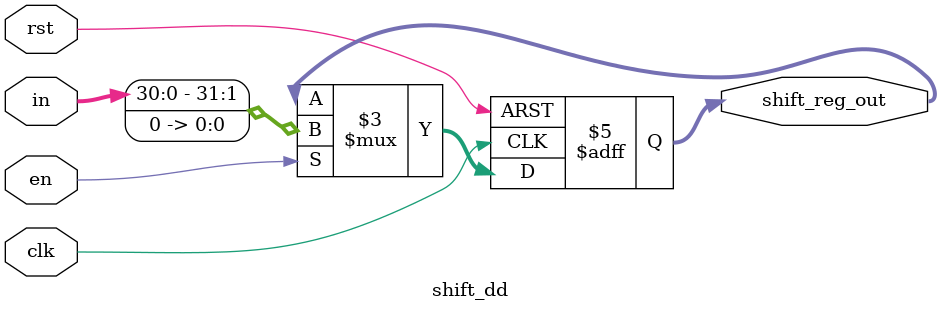
<source format=sv>
module shift_dd(input logic clk, input logic rst, input logic en, input logic [31:0] in, 
output logic [31:0] shift_reg_out);
always_ff@(posedge clk, negedge rst) begin
    if (~rst) begin
        shift_reg_out <= 32'b0;
    end else if (en) begin
        shift_reg_out <= {in[30:0],1'b0};
    end
end
endmodule
</source>
